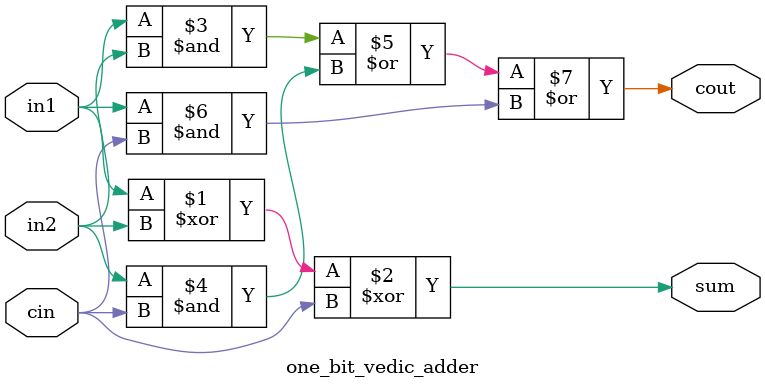
<source format=v>
`timescale 1ns / 1ps
module one_bit_vedic_adder(in1, in2, sum, cout, cin);

input in1 ;
input in2 ;
input cin ;
output sum ;
output cout ;

assign sum = (in1 ^ in2 ^cin) ;
assign cout = ((in1 & in2) | (in2 & cin) | (in1 &cin)) ;





endmodule

</source>
